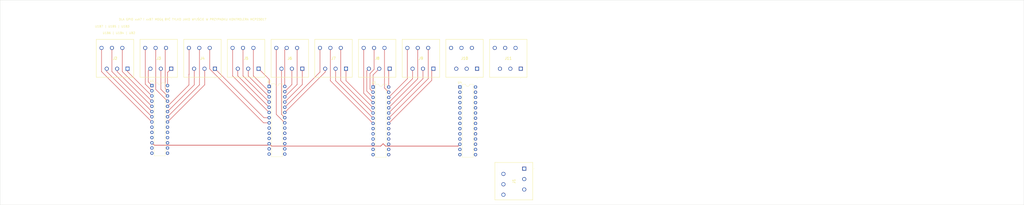
<source format=kicad_pcb>
(kicad_pcb (version 20241229) (generator "pcbnew") (generator_version "9.0")
  (layers (0 "F.Cu" signal) (4 "In1.Cu" power) (6 "In2.Cu" power) (2 "B.Cu" signal) (13 "F.Paste" user) (15 "B.Paste" user) (5 "F.SilkS" user "F.Silkscreen") (7 "B.SilkS" user "B.Silkscreen") (1 "F.Mask" user) (3 "B.Mask" user) (25 "Edge.Cuts" user))
  (net 0 "")
  (net 9 "GND")
  (net 10 "+5VD")
  (net 13 "/U1-GPB5")
  (net 14 "/U1-GPA3")
  (net 15 "/U1-GPA2")
  (net 16 "/U1-GPA7")
  (net 17 "/U1-GPB2")
  (net 18 "/U1-GPA4")
  (net 19 "/U1-GPA1")
  (net 20 "/U1-GPB0")
  (net 21 "/U1-GPB3")
  (net 22 "/U1-GPA0")
  (net 23 "/U1-GPA5")
  (net 24 "/U1-GPA6")
  (net 25 "/U1-GPB4")
  (net 26 "/U1-GPB6")
  (net 27 "/U1-GPB7")
  (net 28 "/U1-GPB1")
  (net 37 "/U2/U2-GPB4")
  (net 38 "/U2/U2-GPB2")
  (net 39 "/U2/U2-GPB5")
  (net 40 "/U2/U2-GPB3")
  (net 41 "/U2/U2-GPA6")
  (net 42 "/U2/U2-GPA4")
  (net 43 "/U2/U2-GPA7")
  (net 44 "/U2/U2-GPB0")
  (net 45 "/U2/U2-GPA5")
  (net 46 "/U2/U2-GPB1")
  (net 47 "/U2/U2-GPA3")
  (net 48 "/U2/U2-GPA0")
  (net 49 "/U2/U2-GPA1")
  (net 50 "/U2/U2-GPA2")
  (net 51 "SCK")
  (net 52 "SDA")
  (net 53 "U2-GPB7")
  (net 54 "U2-GPB6")
  (net 63 "U3-GPB4")
  (net 64 "U3-GPB7")
  (net 65 "U3-GPB6")
  (net 66 "U3-GPB5")
  (net 75 "/U3 - U4/U3-GPB0")
  (net 76 "/U3 - U4/U3-GPA6")
  (net 77 "/U3 - U4/U3-GPB1")
  (net 78 "/U3 - U4/U3-GPB2")
  (net 79 "/U3 - U4/U3-GPB3")
  (net 80 "/U3 - U4/U3-GPA7")
  (net 81 "/U3 - U4/U3-GPA1")
  (net 82 "/U3 - U4/U3-GPA0")
  (net 83 "/U3 - U4/U3-GPA4")
  (net 84 "/U3 - U4/U3-GPA3")
  (net 85 "/U3 - U4/U3-GPA2")
  (net 86 "/U3 - U4/U3-GPA5")
  (net 87 "/U3 - U4/U4-GPB3")
  (net 88 "/U3 - U4/U4-GPB7")
  (net 89 "/U3 - U4/U4-GPB2")
  (net 90 "/U3 - U4/U4-GPB5")
  (net 91 "/U3 - U4/U4-GPB6")
  (net 92 "/U3 - U4/U4-GPB4")
  (net 93 "/U3 - U4/U4-GPB1")
  (net 94 "/U3 - U4/U4-GPA7")
  (net 95 "/U3 - U4/U4-GPA6")
  (net 96 "/U3 - U4/U4-GPA5")
  (net 97 "/U3 - U4/U4-GPA4")
  (net 98 "/U3 - U4/U4-GPB0")
  (net 99 "/U3 - U4/U4-GPA2")
  (net 100 "/U3 - U4/U4-GPA1")
  (net 101 "/U3 - U4/U4-GPA3")
  (net 102 "/U3 - U4/U4-GPA0")
  (net 115 "/U3 - U4/U3-GPB6")
  (net 116 "/U3 - U4/U3-GPB5")
  (net 117 "/U3 - U4/U3-GPB4")
  (net 118 "/U3 - U4/U3-GPB7")
  (footprint "1_tme:DG127A50806P1400AH" (layer "F.Cu") (at 157.155965 28.21 180)
    (property "Reference" "J8" (at 6.1 5.06 180) (layer "F.SilkS") (effects (font (size 1.27 1.27) (thickness 0.254))))
    (property "Value" "DG127A-5.08-06P-14-00AH" (hide yes))
    (fp_line (start 15.24 14.31) (end -3.04 14.31) (stroke (width 0.2)) (layer "F.SilkS"))
    (fp_line (start 15.24 -4.19) (end 15.24 14.31) (stroke (width 0.2)) (layer "F.SilkS"))
    (fp_line (start 0 -4.7) (end 0 -4.7) (stroke (width 0.1)) (layer "F.SilkS"))
    (fp_line (start 0 -4.8) (end 0 -4.8) (stroke (width 0.1)) (layer "F.SilkS"))
    (fp_line (start -3.04 14.31) (end -3.04 -4.19) (stroke (width 0.2)) (layer "F.SilkS"))
    (fp_line (start -3.04 -4.19) (end 15.24 -4.19) (stroke (width 0.2)) (layer "F.SilkS"))
    (fp_arc (start 0 -4.7) (mid -0.05 -4.75) (end 0 -4.8) (stroke (width 0.1)) (layer "F.SilkS"))
    (fp_arc (start 0 -4.8) (mid 0.05 -4.75) (end 0 -4.7) (stroke (width 0.1)) (layer "F.SilkS"))
    (pad "1" thru_hole rect (at 0 0 180) (size 1.95 1.95) (drill 1.3) (layers "*.Cu" "*.Mask") (net 80 "/U3 - U4/U3-GPA7"))
    (pad "2" thru_hole circle (at 2.54 10.16 180) (size 1.95 1.95) (drill 1.3) (layers "*.Cu" "*.Mask") (net 76 "/U3 - U4/U3-GPA6"))
    (pad "3" thru_hole circle (at 5.08 0 180) (size 1.95 1.95) (drill 1.3) (layers "*.Cu" "*.Mask") (net 75 "/U3 - U4/U3-GPB0"))
    (pad "4" thru_hole circle (at 7.62 10.16 180) (size 1.95 1.95) (drill 1.3) (layers "*.Cu" "*.Mask") (net 77 "/U3 - U4/U3-GPB1"))
    (pad "5" thru_hole circle (at 10.16 0 180) (size 1.95 1.95) (drill 1.3) (layers "*.Cu" "*.Mask") (net 78 "/U3 - U4/U3-GPB2"))
    (pad "6" thru_hole circle (at 12.7 10.16 180) (size 1.95 1.95) (drill 1.3) (layers "*.Cu" "*.Mask") (net 79 "/U3 - U4/U3-GPB3"))
  )
  (footprint "1_tme:DG127A50806P1400AH" (layer "F.Cu") (at 222.86 77.03 -90)
    (property "Reference" "J1" (at 6.1 5.06 270) (layer "F.SilkS") (effects (font (size 1.27 1.27) (thickness 0.254))))
    (property "Value" "DG127A-5.08-06P-14-00AH" (hide yes))
    (fp_line (start -3.04 14.31) (end -3.04 -4.19) (stroke (width 0.2)) (layer "F.SilkS"))
    (fp_line (start 15.24 14.31) (end -3.04 14.31) (stroke (width 0.2)) (layer "F.SilkS"))
    (fp_line (start -3.04 -4.19) (end 15.24 -4.19) (stroke (width 0.2)) (layer "F.SilkS"))
    (fp_line (start 15.24 -4.19) (end 15.24 14.31) (stroke (width 0.2)) (layer "F.SilkS"))
    (fp_line (start 0 -4.7) (end 0 -4.7) (stroke (width 0.1)) (layer "F.SilkS"))
    (fp_line (start 0 -4.8) (end 0 -4.8) (stroke (width 0.1)) (layer "F.SilkS"))
    (fp_arc (start 0 -4.7) (mid -0.05 -4.75) (end 0 -4.8) (stroke (width 0.1)) (layer "F.SilkS"))
    (fp_arc (start 0 -4.8) (mid 0.05 -4.75) (end 0 -4.7) (stroke (width 0.1)) (layer "F.SilkS"))
    (pad "1" thru_hole rect (at 0 0 270) (size 1.95 1.95) (drill 1.3) (layers "*.Cu" "*.Mask") (net 10 "+5VD"))
    (pad "2" thru_hole circle (at 2.54 10.16 270) (size 1.95 1.95) (drill 1.3) (layers "*.Cu" "*.Mask") (net 9 "GND"))
    (pad "3" thru_hole circle (at 5.08 0 270) (size 1.95 1.95) (drill 1.3) (layers "*.Cu" "*.Mask"))
    (pad "4" thru_hole circle (at 7.62 10.16 270) (size 1.95 1.95) (drill 1.3) (layers "*.Cu" "*.Mask"))
    (pad "5" thru_hole circle (at 10.16 0 270) (size 1.95 1.95) (drill 1.3) (layers "*.Cu" "*.Mask") (net 52 "SDA"))
    (pad "6" thru_hole circle (at 12.7 10.16 270) (size 1.95 1.95) (drill 1.3) (layers "*.Cu" "*.Mask") (net 51 "SCK"))
  )
  (footprint "Package_DIP:DIP-28_W7.62mm" (layer "F.Cu") (at 149.045 37.14)
    (property "Reference" "U3" (at 0.17 -2.19 0) (layer "F.SilkS"))
    (property "Value" "MCP23017_SP")
    (fp_line (start 1.16 -1.33) (end 1.16 34.35) (stroke (width 0.12)) (layer "F.SilkS"))
    (fp_line (start 1.16 34.35) (end 6.46 34.35) (stroke (width 0.12)) (layer "F.SilkS"))
    (fp_line (start 2.81 -1.33) (end 1.16 -1.33) (stroke (width 0.12)) (layer "F.SilkS"))
    (fp_line (start 6.46 -1.33) (end 4.81 -1.33) (stroke (width 0.12)) (layer "F.SilkS"))
    (fp_line (start 6.46 34.35) (end 6.46 -1.33) (stroke (width 0.12)) (layer "F.SilkS"))
    (fp_arc (start 4.81 -1.33) (mid 3.81 -0.33) (end 2.81 -1.33) (stroke (width 0.12)) (layer "F.SilkS"))
    (pad "1" thru_hole roundrect (at 0 0) (size 1.6 1.6) (drill 0.8) (layers "*.Cu" "*.Mask") (roundrect_rratio 0.15625) (net 75 "/U3 - U4/U3-GPB0"))
    (pad "2" thru_hole circle (at 0 2.54) (size 1.6 1.6) (drill 0.8) (layers "*.Cu" "*.Mask") (net 77 "/U3 - U4/U3-GPB1"))
    (pad "3" thru_hole circle (at 0 5.08) (size 1.6 1.6) (drill 0.8) (layers "*.Cu" "*.Mask") (net 78 "/U3 - U4/U3-GPB2"))
    (pad "4" thru_hole circle (at 0 7.62) (size 1.6 1.6) (drill 0.8) (layers "*.Cu" "*.Mask") (net 79 "/U3 - U4/U3-GPB3"))
    (pad "5" thru_hole circle (at 0 10.16) (size 1.6 1.6) (drill 0.8) (layers "*.Cu" "*.Mask") (net 117 "/U3 - U4/U3-GPB4"))
    (pad "6" thru_hole circle (at 0 12.7) (size 1.6 1.6) (drill 0.8) (layers "*.Cu" "*.Mask") (net 116 "/U3 - U4/U3-GPB5"))
    (pad "7" thru_hole circle (at 0 15.24) (size 1.6 1.6) (drill 0.8) (layers "*.Cu" "*.Mask") (net 115 "/U3 - U4/U3-GPB6"))
    (pad "8" thru_hole circle (at 0 17.78) (size 1.6 1.6) (drill 0.8) (layers "*.Cu" "*.Mask") (net 118 "/U3 - U4/U3-GPB7"))
    (pad "9" thru_hole circle (at 0 20.32) (size 1.6 1.6) (drill 0.8) (layers "*.Cu" "*.Mask") (net 10 "+5VD"))
    (pad "10" thru_hole circle (at 0 22.86) (size 1.6 1.6) (drill 0.8) (layers "*.Cu" "*.Mask") (net 9 "GND"))
    (pad "11" thru_hole circle (at 0 25.4) (size 1.6 1.6) (drill 0.8) (layers "*.Cu" "*.Mask"))
    (pad "12" thru_hole circle (at 0 27.94) (size 1.6 1.6) (drill 0.8) (layers "*.Cu" "*.Mask") (net 51 "SCK"))
    (pad "13" thru_hole circle (at 0 30.48) (size 1.6 1.6) (drill 0.8) (layers "*.Cu" "*.Mask") (net 52 "SDA"))
    (pad "14" thru_hole circle (at 0 33.02) (size 1.6 1.6) (drill 0.8) (layers "*.Cu" "*.Mask"))
    (pad "15" thru_hole circle (at 7.62 33.02) (size 1.6 1.6) (drill 0.8) (layers "*.Cu" "*.Mask"))
    (pad "16" thru_hole circle (at 7.62 30.48) (size 1.6 1.6) (drill 0.8) (layers "*.Cu" "*.Mask"))
    (pad "17" thru_hole circle (at 7.62 27.94) (size 1.6 1.6) (drill 0.8) (layers "*.Cu" "*.Mask"))
    (pad "18" thru_hole circle (at 7.62 25.4) (size 1.6 1.6) (drill 0.8) (layers "*.Cu" "*.Mask"))
    (pad "19" thru_hole circle (at 7.62 22.86) (size 1.6 1.6) (drill 0.8) (layers "*.Cu" "*.Mask"))
    (pad "20" thru_hole circle (at 7.62 20.32) (size 1.6 1.6) (drill 0.8) (layers "*.Cu" "*.Mask"))
    (pad "21" thru_hole circle (at 7.62 17.78) (size 1.6 1.6) (drill 0.8) (layers "*.Cu" "*.Mask") (net 82 "/U3 - U4/U3-GPA0"))
    (pad "22" thru_hole circle (at 7.62 15.24) (size 1.6 1.6) (drill 0.8) (layers "*.Cu" "*.Mask") (net 81 "/U3 - U4/U3-GPA1"))
    (pad "23" thru_hole circle (at 7.62 12.7) (size 1.6 1.6) (drill 0.8) (layers "*.Cu" "*.Mask") (net 85 "/U3 - U4/U3-GPA2"))
    (pad "24" thru_hole circle (at 7.62 10.16) (size 1.6 1.6) (drill 0.8) (layers "*.Cu" "*.Mask") (net 84 "/U3 - U4/U3-GPA3"))
    (pad "25" thru_hole circle (at 7.62 7.62) (size 1.6 1.6) (drill 0.8) (layers "*.Cu" "*.Mask") (net 83 "/U3 - U4/U3-GPA4"))
    (pad "26" thru_hole circle (at 7.62 5.08) (size 1.6 1.6) (drill 0.8) (layers "*.Cu" "*.Mask") (net 86 "/U3 - U4/U3-GPA5"))
    (pad "27" thru_hole circle (at 7.62 2.54) (size 1.6 1.6) (drill 0.8) (layers "*.Cu" "*.Mask") (net 76 "/U3 - U4/U3-GPA6"))
    (pad "28" thru_hole circle (at 7.62 0) (size 1.6 1.6) (drill 0.8) (layers "*.Cu" "*.Mask") (net 80 "/U3 - U4/U3-GPA7"))
  )
  (footprint "1_tme:DG127A50806P1400AH" (layer "F.Cu") (at 50.467661 28.21 180)
    (property "Reference" "J3" (at 6.1 5.06 180) (layer "F.SilkS") (effects (font (size 1.27 1.27) (thickness 0.254))))
    (property "Value" "DG127A-5.08-06P-14-00AH" (hide yes))
    (fp_line (start 15.24 14.31) (end -3.04 14.31) (stroke (width 0.2)) (layer "F.SilkS"))
    (fp_line (start 15.24 -4.19) (end 15.24 14.31) (stroke (width 0.2)) (layer "F.SilkS"))
    (fp_line (start 0 -4.7) (end 0 -4.7) (stroke (width 0.1)) (layer "F.SilkS"))
    (fp_line (start 0 -4.8) (end 0 -4.8) (stroke (width 0.1)) (layer "F.SilkS"))
    (fp_line (start -3.04 14.31) (end -3.04 -4.19) (stroke (width 0.2)) (layer "F.SilkS"))
    (fp_line (start -3.04 -4.19) (end 15.24 -4.19) (stroke (width 0.2)) (layer "F.SilkS"))
    (fp_arc (start 0 -4.7) (mid -0.05 -4.75) (end 0 -4.8) (stroke (width 0.1)) (layer "F.SilkS"))
    (fp_arc (start 0 -4.8) (mid 0.05 -4.75) (end 0 -4.7) (stroke (width 0.1)) (layer "F.SilkS"))
    (pad "1" thru_hole rect (at 0 0 180) (size 1.95 1.95) (drill 1.3) (layers "*.Cu" "*.Mask") (net 16 "/U1-GPA7"))
    (pad "2" thru_hole circle (at 2.54 10.16 180) (size 1.95 1.95) (drill 1.3) (layers "*.Cu" "*.Mask") (net 24 "/U1-GPA6"))
    (pad "3" thru_hole circle (at 5.08 0 180) (size 1.95 1.95) (drill 1.3) (layers "*.Cu" "*.Mask") (net 23 "/U1-GPA5"))
    (pad "4" thru_hole circle (at 7.62 10.16 180) (size 1.95 1.95) (drill 1.3) (layers "*.Cu" "*.Mask") (net 18 "/U1-GPA4"))
    (pad "5" thru_hole circle (at 10.16 0 180) (size 1.95 1.95) (drill 1.3) (layers "*.Cu" "*.Mask") (net 20 "/U1-GPB0"))
    (pad "6" thru_hole circle (at 12.7 10.16 180) (size 1.95 1.95) (drill 1.3) (layers "*.Cu" "*.Mask") (net 28 "/U1-GPB1"))
  )
  (footprint "Package_DIP:DIP-28_W7.62mm" (layer "F.Cu") (at 41.04 36.44)
    (property "Reference" "U1" (at 0 -2.25 0) (layer "F.SilkS"))
    (property "Value" "MCP23017_SP")
    (fp_line (start 1.16 -1.33) (end 1.16 34.35) (stroke (width 0.12)) (layer "F.SilkS"))
    (fp_line (start 1.16 34.35) (end 6.46 34.35) (stroke (width 0.12)) (layer "F.SilkS"))
    (fp_line (start 2.81 -1.33) (end 1.16 -1.33) (stroke (width 0.12)) (layer "F.SilkS"))
    (fp_line (start 6.46 -1.33) (end 4.81 -1.33) (stroke (width 0.12)) (layer "F.SilkS"))
    (fp_line (start 6.46 34.35) (end 6.46 -1.33) (stroke (width 0.12)) (layer "F.SilkS"))
    (fp_arc (start 4.81 -1.33) (mid 3.81 -0.33) (end 2.81 -1.33) (stroke (width 0.12)) (layer "F.SilkS"))
    (pad "1" thru_hole roundrect (at 0 0) (size 1.6 1.6) (drill 0.8) (layers "*.Cu" "*.Mask") (roundrect_rratio 0.15625) (net 20 "/U1-GPB0"))
    (pad "2" thru_hole circle (at 0 2.54) (size 1.6 1.6) (drill 0.8) (layers "*.Cu" "*.Mask") (net 28 "/U1-GPB1"))
    (pad "3" thru_hole circle (at 0 5.08) (size 1.6 1.6) (drill 0.8) (layers "*.Cu" "*.Mask") (net 17 "/U1-GPB2"))
    (pad "4" thru_hole circle (at 0 7.62) (size 1.6 1.6) (drill 0.8) (layers "*.Cu" "*.Mask") (net 21 "/U1-GPB3"))
    (pad "5" thru_hole circle (at 0 10.16) (size 1.6 1.6) (drill 0.8) (layers "*.Cu" "*.Mask") (net 25 "/U1-GPB4"))
    (pad "6" thru_hole circle (at 0 12.7) (size 1.6 1.6) (drill 0.8) (layers "*.Cu" "*.Mask") (net 13 "/U1-GPB5"))
    (pad "7" thru_hole circle (at 0 15.24) (size 1.6 1.6) (drill 0.8) (layers "*.Cu" "*.Mask") (net 26 "/U1-GPB6"))
    (pad "8" thru_hole circle (at 0 17.78) (size 1.6 1.6) (drill 0.8) (layers "*.Cu" "*.Mask") (net 27 "/U1-GPB7"))
    (pad "9" thru_hole circle (at 0 20.32) (size 1.6 1.6) (drill 0.8) (layers "*.Cu" "*.Mask") (net 10 "+5VD"))
    (pad "10" thru_hole circle (at 0 22.86) (size 1.6 1.6) (drill 0.8) (layers "*.Cu" "*.Mask") (net 9 "GND"))
    (pad "11" thru_hole circle (at 0 25.4) (size 1.6 1.6) (drill 0.8) (layers "*.Cu" "*.Mask"))
    (pad "12" thru_hole circle (at 0 27.94) (size 1.6 1.6) (drill 0.8) (layers "*.Cu" "*.Mask") (net 51 "SCK"))
    (pad "13" thru_hole circle (at 0 30.48) (size 1.6 1.6) (drill 0.8) (layers "*.Cu" "*.Mask") (net 52 "SDA"))
    (pad "14" thru_hole circle (at 0 33.02) (size 1.6 1.6) (drill 0.8) (layers "*.Cu" "*.Mask"))
    (pad "15" thru_hole circle (at 7.62 33.02) (size 1.6 1.6) (drill 0.8) (layers "*.Cu" "*.Mask"))
    (pad "16" thru_hole circle (at 7.62 30.48) (size 1.6 1.6) (drill 0.8) (layers "*.Cu" "*.Mask"))
    (pad "17" thru_hole circle (at 7.62 27.94) (size 1.6 1.6) (drill 0.8) (layers "*.Cu" "*.Mask"))
    (pad "18" thru_hole circle (at 7.62 25.4) (size 1.6 1.6) (drill 0.8) (layers "*.Cu" "*.Mask"))
    (pad "19" thru_hole circle (at 7.62 22.86) (size 1.6 1.6) (drill 0.8) (layers "*.Cu" "*.Mask"))
    (pad "20" thru_hole circle (at 7.62 20.32) (size 1.6 1.6) (drill 0.8) (layers "*.Cu" "*.Mask"))
    (pad "21" thru_hole circle (at 7.62 17.78) (size 1.6 1.6) (drill 0.8) (layers "*.Cu" "*.Mask") (net 22 "/U1-GPA0"))
    (pad "22" thru_hole circle (at 7.62 15.24) (size 1.6 1.6) (drill 0.8) (layers "*.Cu" "*.Mask") (net 19 "/U1-GPA1"))
    (pad "23" thru_hole circle (at 7.62 12.7) (size 1.6 1.6) (drill 0.8) (layers "*.Cu" "*.Mask") (net 15 "/U1-GPA2"))
    (pad "24" thru_hole circle (at 7.62 10.16) (size 1.6 1.6) (drill 0.8) (layers "*.Cu" "*.Mask") (net 14 "/U1-GPA3"))
    (pad "25" thru_hole circle (at 7.62 7.62) (size 1.6 1.6) (drill 0.8) (layers "*.Cu" "*.Mask") (net 18 "/U1-GPA4"))
    (pad "26" thru_hole circle (at 7.62 5.08) (size 1.6 1.6) (drill 0.8) (layers "*.Cu" "*.Mask") (net 23 "/U1-GPA5"))
    (pad "27" thru_hole circle (at 7.62 2.54) (size 1.6 1.6) (drill 0.8) (layers "*.Cu" "*.Mask") (net 24 "/U1-GPA6"))
    (pad "28" thru_hole circle (at 7.62 0) (size 1.6 1.6) (drill 0.8) (layers "*.Cu" "*.Mask") (net 16 "/U1-GPA7"))
  )
  (footprint "Package_DIP:DIP-28_W7.62mm" (layer "F.Cu") (at 191.45 37.14)
    (property "Reference" "U4" (at -0.03 -2.23 0) (layer "F.SilkS"))
    (property "Value" "MCP23017_SP")
    (fp_line (start 1.16 -1.33) (end 1.16 34.35) (stroke (width 0.12)) (layer "F.SilkS"))
    (fp_line (start 1.16 34.35) (end 6.46 34.35) (stroke (width 0.12)) (layer "F.SilkS"))
    (fp_line (start 2.81 -1.33) (end 1.16 -1.33) (stroke (width 0.12)) (layer "F.SilkS"))
    (fp_line (start 6.46 -1.33) (end 4.81 -1.33) (stroke (width 0.12)) (layer "F.SilkS"))
    (fp_line (start 6.46 34.35) (end 6.46 -1.33) (stroke (width 0.12)) (layer "F.SilkS"))
    (fp_arc (start 4.81 -1.33) (mid 3.81 -0.33) (end 2.81 -1.33) (stroke (width 0.12)) (layer "F.SilkS"))
    (pad "1" thru_hole roundrect (at 0 0) (size 1.6 1.6) (drill 0.8) (layers "*.Cu" "*.Mask") (roundrect_rratio 0.15625) (net 98 "/U3 - U4/U4-GPB0"))
    (pad "2" thru_hole circle (at 0 2.54) (size 1.6 1.6) (drill 0.8) (layers "*.Cu" "*.Mask") (net 93 "/U3 - U4/U4-GPB1"))
    (pad "3" thru_hole circle (at 0 5.08) (size 1.6 1.6) (drill 0.8) (layers "*.Cu" "*.Mask") (net 89 "/U3 - U4/U4-GPB2"))
    (pad "4" thru_hole circle (at 0 7.62) (size 1.6 1.6) (drill 0.8) (layers "*.Cu" "*.Mask") (net 87 "/U3 - U4/U4-GPB3"))
    (pad "5" thru_hole circle (at 0 10.16) (size 1.6 1.6) (drill 0.8) (layers "*.Cu" "*.Mask") (net 92 "/U3 - U4/U4-GPB4"))
    (pad "6" thru_hole circle (at 0 12.7) (size 1.6 1.6) (drill 0.8) (layers "*.Cu" "*.Mask") (net 90 "/U3 - U4/U4-GPB5"))
    (pad "7" thru_hole circle (at 0 15.24) (size 1.6 1.6) (drill 0.8) (layers "*.Cu" "*.Mask") (net 91 "/U3 - U4/U4-GPB6"))
    (pad "8" thru_hole circle (at 0 17.78) (size 1.6 1.6) (drill 0.8) (layers "*.Cu" "*.Mask") (net 88 "/U3 - U4/U4-GPB7"))
    (pad "9" thru_hole circle (at 0 20.32) (size 1.6 1.6) (drill 0.8) (layers "*.Cu" "*.Mask") (net 10 "+5VD"))
    (pad "10" thru_hole circle (at 0 22.86) (size 1.6 1.6) (drill 0.8) (layers "*.Cu" "*.Mask") (net 9 "GND"))
    (pad "11" thru_hole circle (at 0 25.4) (size 1.6 1.6) (drill 0.8) (layers "*.Cu" "*.Mask"))
    (pad "12" thru_hole circle (at 0 27.94) (size 1.6 1.6) (drill 0.8) (layers "*.Cu" "*.Mask") (net 51 "SCK"))
    (pad "13" thru_hole circle (at 0 30.48) (size 1.6 1.6) (drill 0.8) (layers "*.Cu" "*.Mask") (net 52 "SDA"))
    (pad "14" thru_hole circle (at 0 33.02) (size 1.6 1.6) (drill 0.8) (layers "*.Cu" "*.Mask"))
    (pad "15" thru_hole circle (at 7.62 33.02) (size 1.6 1.6) (drill 0.8) (layers "*.Cu" "*.Mask"))
    (pad "16" thru_hole circle (at 7.62 30.48) (size 1.6 1.6) (drill 0.8) (layers "*.Cu" "*.Mask"))
    (pad "17" thru_hole circle (at 7.62 27.94) (size 1.6 1.6) (drill 0.8) (layers "*.Cu" "*.Mask"))
    (pad "18" thru_hole circle (at 7.62 25.4) (size 1.6 1.6) (drill 0.8) (layers "*.Cu" "*.Mask"))
    (pad "19" thru_hole circle (at 7.62 22.86) (size 1.6 1.6) (drill 0.8) (layers "*.Cu" "*.Mask"))
    (pad "20" thru_hole circle (at 7.62 20.32) (size 1.6 1.6) (drill 0.8) (layers "*.Cu" "*.Mask"))
    (pad "21" thru_hole circle (at 7.62 17.78) (size 1.6 1.6) (drill 0.8) (layers "*.Cu" "*.Mask") (net 102 "/U3 - U4/U4-GPA0"))
    (pad "22" thru_hole circle (at 7.62 15.24) (size 1.6 1.6) (drill 0.8) (layers "*.Cu" "*.Mask") (net 100 "/U3 - U4/U4-GPA1"))
    (pad "23" thru_hole circle (at 7.62 12.7) (size 1.6 1.6) (drill 0.8) (layers "*.Cu" "*.Mask") (net 99 "/U3 - U4/U4-GPA2"))
    (pad "24" thru_hole circle (at 7.62 10.16) (size 1.6 1.6) (drill 0.8) (layers "*.Cu" "*.Mask") (net 101 "/U3 - U4/U4-GPA3"))
    (pad "25" thru_hole circle (at 7.62 7.62) (size 1.6 1.6) (drill 0.8) (layers "*.Cu" "*.Mask") (net 97 "/U3 - U4/U4-GPA4"))
    (pad "26" thru_hole circle (at 7.62 5.08) (size 1.6 1.6) (drill 0.8) (layers "*.Cu" "*.Mask") (net 96 "/U3 - U4/U4-GPA5"))
    (pad "27" thru_hole circle (at 7.62 2.54) (size 1.6 1.6) (drill 0.8) (layers "*.Cu" "*.Mask") (net 95 "/U3 - U4/U4-GPA6"))
    (pad "28" thru_hole circle (at 7.62 0) (size 1.6 1.6) (drill 0.8) (layers "*.Cu" "*.Mask") (net 94 "/U3 - U4/U4-GPA7"))
  )
  (footprint "1_tme:DG127A50806P1400AH" (layer "F.Cu") (at 71.805322 28.21 180)
    (property "Reference" "J4" (at 6.1 5.06 180) (layer "F.SilkS") (effects (font (size 1.27 1.27) (thickness 0.254))))
    (property "Value" "DG127A-5.08-06P-14-00AH" (hide yes))
    (fp_line (start 15.24 14.31) (end -3.04 14.31) (stroke (width 0.2)) (layer "F.SilkS"))
    (fp_line (start 15.24 -4.19) (end 15.24 14.31) (stroke (width 0.2)) (layer "F.SilkS"))
    (fp_line (start 0 -4.7) (end 0 -4.7) (stroke (width 0.1)) (layer "F.SilkS"))
    (fp_line (start 0 -4.8) (end 0 -4.8) (stroke (width 0.1)) (layer "F.SilkS"))
    (fp_line (start -3.04 14.31) (end -3.04 -4.19) (stroke (width 0.2)) (layer "F.SilkS"))
    (fp_line (start -3.04 -4.19) (end 15.24 -4.19) (stroke (width 0.2)) (layer "F.SilkS"))
    (fp_arc (start 0 -4.7) (mid -0.05 -4.75) (end 0 -4.8) (stroke (width 0.1)) (layer "F.SilkS"))
    (fp_arc (start 0 -4.8) (mid 0.05 -4.75) (end 0 -4.7) (stroke (width 0.1)) (layer "F.SilkS"))
    (pad "1" thru_hole rect (at 0 0 180) (size 1.95 1.95) (drill 1.3) (layers "*.Cu" "*.Mask") (net 54 "U2-GPB6"))
    (pad "2" thru_hole circle (at 2.54 10.16 180) (size 1.95 1.95) (drill 1.3) (layers "*.Cu" "*.Mask") (net 53 "U2-GPB7"))
    (pad "3" thru_hole circle (at 5.08 0 180) (size 1.95 1.95) (drill 1.3) (layers "*.Cu" "*.Mask") (net 22 "/U1-GPA0"))
    (pad "4" thru_hole circle (at 7.62 10.16 180) (size 1.95 1.95) (drill 1.3) (layers "*.Cu" "*.Mask") (net 19 "/U1-GPA1"))
    (pad "5" thru_hole circle (at 10.16 0 180) (size 1.95 1.95) (drill 1.3) (layers "*.Cu" "*.Mask") (net 15 "/U1-GPA2"))
    (pad "6" thru_hole circle (at 12.7 10.16 180) (size 1.95 1.95) (drill 1.3) (layers "*.Cu" "*.Mask") (net 14 "/U1-GPA3"))
  )
  (footprint "Package_DIP:DIP-28_W7.62mm" (layer "F.Cu") (at 98.3 36.87)
    (property "Reference" "U2" (at 0.01 -2.36 0) (layer "F.SilkS"))
    (property "Value" "MCP23017_SP")
    (fp_line (start 1.16 -1.33) (end 1.16 34.35) (stroke (width 0.12)) (layer "F.SilkS"))
    (fp_line (start 1.16 34.35) (end 6.46 34.35) (stroke (width 0.12)) (layer "F.SilkS"))
    (fp_line (start 2.81 -1.33) (end 1.16 -1.33) (stroke (width 0.12)) (layer "F.SilkS"))
    (fp_line (start 6.46 -1.33) (end 4.81 -1.33) (stroke (width 0.12)) (layer "F.SilkS"))
    (fp_line (start 6.46 34.35) (end 6.46 -1.33) (stroke (width 0.12)) (layer "F.SilkS"))
    (fp_arc (start 4.81 -1.33) (mid 3.81 -0.33) (end 2.81 -1.33) (stroke (width 0.12)) (layer "F.SilkS"))
    (pad "1" thru_hole roundrect (at 0 0) (size 1.6 1.6) (drill 0.8) (layers "*.Cu" "*.Mask") (roundrect_rratio 0.15625) (net 44 "/U2/U2-GPB0"))
    (pad "2" thru_hole circle (at 0 2.54) (size 1.6 1.6) (drill 0.8) (layers "*.Cu" "*.Mask") (net 46 "/U2/U2-GPB1"))
    (pad "3" thru_hole circle (at 0 5.08) (size 1.6 1.6) (drill 0.8) (layers "*.Cu" "*.Mask") (net 38 "/U2/U2-GPB2"))
    (pad "4" thru_hole circle (at 0 7.62) (size 1.6 1.6) (drill 0.8) (layers "*.Cu" "*.Mask") (net 40 "/U2/U2-GPB3"))
    (pad "5" thru_hole circle (at 0 10.16) (size 1.6 1.6) (drill 0.8) (layers "*.Cu" "*.Mask") (net 37 "/U2/U2-GPB4"))
    (pad "6" thru_hole circle (at 0 12.7) (size 1.6 1.6) (drill 0.8) (layers "*.Cu" "*.Mask") (net 39 "/U2/U2-GPB5"))
    (pad "7" thru_hole circle (at 0 15.24) (size 1.6 1.6) (drill 0.8) (layers "*.Cu" "*.Mask") (net 54 "U2-GPB6"))
    (pad "8" thru_hole circle (at 0 17.78) (size 1.6 1.6) (drill 0.8) (layers "*.Cu" "*.Mask") (net 53 "U2-GPB7"))
    (pad "9" thru_hole circle (at 0 20.32) (size 1.6 1.6) (drill 0.8) (layers "*.Cu" "*.Mask") (net 10 "+5VD"))
    (pad "10" thru_hole circle (at 0 22.86) (size 1.6 1.6) (drill 0.8) (layers "*.Cu" "*.Mask") (net 9 "GND"))
    (pad "11" thru_hole circle (at 0 25.4) (size 1.6 1.6) (drill 0.8) (layers "*.Cu" "*.Mask"))
    (pad "12" thru_hole circle (at 0 27.94) (size 1.6 1.6) (drill 0.8) (layers "*.Cu" "*.Mask") (net 51 "SCK"))
    (pad "13" thru_hole circle (at 0 30.48) (size 1.6 1.6) (drill 0.8) (layers "*.Cu" "*.Mask") (net 52 "SDA"))
    (pad "14" thru_hole circle (at 0 33.02) (size 1.6 1.6) (drill 0.8) (layers "*.Cu" "*.Mask"))
    (pad "15" thru_hole circle (at 7.62 33.02) (size 1.6 1.6) (drill 0.8) (layers "*.Cu" "*.Mask"))
    (pad "16" thru_hole circle (at 7.62 30.48) (size 1.6 1.6) (drill 0.8) (layers "*.Cu" "*.Mask"))
    (pad "17" thru_hole circle (at 7.62 27.94) (size 1.6 1.6) (drill 0.8) (layers "*.Cu" "*.Mask"))
    (pad "18" thru_hole circle (at 7.62 25.4) (size 1.6 1.6) (drill 0.8) (layers "*.Cu" "*.Mask"))
    (pad "19" thru_hole circle (at 7.62 22.86) (size 1.6 1.6) (drill 0.8) (layers "*.Cu" "*.Mask"))
    (pad "20" thru_hole circle (at 7.62 20.32) (size 1.6 1.6) (drill 0.8) (layers "*.Cu" "*.Mask"))
    (pad "21" thru_hole circle (at 7.62 17.78) (size 1.6 1.6) (drill 0.8) (layers "*.Cu" "*.Mask") (net 48 "/U2/U2-GPA0"))
    (pad "22" thru_hole circle (at 7.62 15.24) (size 1.6 1.6) (drill 0.8) (layers "*.Cu" "*.Mask") (net 49 "/U2/U2-GPA1"))
    (pad "23" thru_hole circle (at 7.62 12.7) (size 1.6 1.6) (drill 0.8) (layers "*.Cu" "*.Mask") (net 50 "/U2/U2-GPA2"))
    (pad "24" thru_hole circle (at 7.62 10.16) (size 1.6 1.6) (drill 0.8) (layers "*.Cu" "*.Mask") (net 47 "/U2/U2-GPA3"))
    (pad "25" thru_hole circle (at 7.62 7.62) (size 1.6 1.6) (drill 0.8) (layers "*.Cu" "*.Mask") (net 42 "/U2/U2-GPA4"))
    (pad "26" thru_hole circle (at 7.62 5.08) (size 1.6 1.6) (drill 0.8) (layers "*.Cu" "*.Mask") (net 45 "/U2/U2-GPA5"))
    (pad "27" thru_hole circle (at 7.62 2.54) (size 1.6 1.6) (drill 0.8) (layers "*.Cu" "*.Mask") (net 41 "/U2/U2-GPA6"))
    (pad "28" thru_hole circle (at 7.62 0) (size 1.6 1.6) (drill 0.8) (layers "*.Cu" "*.Mask") (net 43 "/U2/U2-GPA7"))
  )
  (footprint "1_tme:DG127A50806P1400AH" (layer "F.Cu") (at 178.493625 28.21 180)
    (property "Reference" "J9" (at 6.1 5.06 180) (layer "F.SilkS") (effects (font (size 1.27 1.27) (thickness 0.254))))
    (property "Value" "DG127A-5.08-06P-14-00AH" (hide yes))
    (fp_line (start 15.24 14.31) (end -3.04 14.31) (stroke (width 0.2)) (layer "F.SilkS"))
    (fp_line (start 15.24 -4.19) (end 15.24 14.31) (stroke (width 0.2)) (layer "F.SilkS"))
    (fp_line (start 0 -4.7) (end 0 -4.7) (stroke (width 0.1)) (layer "F.SilkS"))
    (fp_line (start 0 -4.8) (end 0 -4.8) (stroke (width 0.1)) (layer "F.SilkS"))
    (fp_line (start -3.04 14.31) (end -3.04 -4.19) (stroke (width 0.2)) (layer "F.SilkS"))
    (fp_line (start -3.04 -4.19) (end 15.24 -4.19) (stroke (width 0.2)) (layer "F.SilkS"))
    (fp_arc (start 0 -4.7) (mid -0.05 -4.75) (end 0 -4.8) (stroke (width 0.1)) (layer "F.SilkS"))
    (fp_arc (start 0 -4.8) (mid 0.05 -4.75) (end 0 -4.7) (stroke (width 0.1)) (layer "F.SilkS"))
    (pad "1" thru_hole rect (at 0 0 180) (size 1.95 1.95) (drill 1.3) (layers "*.Cu" "*.Mask") (net 82 "/U3 - U4/U3-GPA0"))
    (pad "2" thru_hole circle (at 2.54 10.16 180) (size 1.95 1.95) (drill 1.3) (layers "*.Cu" "*.Mask") (net 81 "/U3 - U4/U3-GPA1"))
    (pad "3" thru_hole circle (at 5.08 0 180) (size 1.95 1.95) (drill 1.3) (layers "*.Cu" "*.Mask") (net 85 "/U3 - U4/U3-GPA2"))
    (pad "4" thru_hole circle (at 7.62 10.16 180) (size 1.95 1.95) (drill 1.3) (layers "*.Cu" "*.Mask") (net 84 "/U3 - U4/U3-GPA3"))
    (pad "5" thru_hole circle (at 10.16 0 180) (size 1.95 1.95) (drill 1.3) (layers "*.Cu" "*.Mask") (net 83 "/U3 - U4/U3-GPA4"))
    (pad "6" thru_hole circle (at 12.7 10.16 180) (size 1.95 1.95) (drill 1.3) (layers "*.Cu" "*.Mask") (net 86 "/U3 - U4/U3-GPA5"))
  )
  (footprint "1_tme:DG127A50806P1400AH" (layer "F.Cu") (at 199.831286 28.21 180)
    (property "Reference" "J10" (at 6.1 5.06 180) (layer "F.SilkS") (effects (font (size 1.27 1.27) (thickness 0.254))))
    (property "Value" "DG127A-5.08-06P-14-00AH" (hide yes))
    (fp_line (start 15.24 14.31) (end -3.04 14.31) (stroke (width 0.2)) (layer "F.SilkS"))
    (fp_line (start 15.24 -4.19) (end 15.24 14.31) (stroke (width 0.2)) (layer "F.SilkS"))
    (fp_line (start 0 -4.7) (end 0 -4.7) (stroke (width 0.1)) (layer "F.SilkS"))
    (fp_line (start 0 -4.8) (end 0 -4.8) (stroke (width 0.1)) (layer "F.SilkS"))
    (fp_line (start -3.04 14.31) (end -3.04 -4.19) (stroke (width 0.2)) (layer "F.SilkS"))
    (fp_line (start -3.04 -4.19) (end 15.24 -4.19) (stroke (width 0.2)) (layer "F.SilkS"))
    (fp_arc (start 0 -4.7) (mid -0.05 -4.75) (end 0 -4.8) (stroke (width 0.1)) (layer "F.SilkS"))
    (fp_arc (start 0 -4.8) (mid 0.05 -4.75) (end 0 -4.7) (stroke (width 0.1)) (layer "F.SilkS"))
    (pad "1" thru_hole rect (at 0 0 180) (size 1.95 1.95) (drill 1.3) (layers "*.Cu" "*.Mask"))
    (pad "2" thru_hole circle (at 2.54 10.16 180) (size 1.95 1.95) (drill 1.3) (layers "*.Cu" "*.Mask"))
    (pad "3" thru_hole circle (at 5.08 0 180) (size 1.95 1.95) (drill 1.3) (layers "*.Cu" "*.Mask"))
    (pad "4" thru_hole circle (at 7.62 10.16 180) (size 1.95 1.95) (drill 1.3) (layers "*.Cu" "*.Mask"))
    (pad "5" thru_hole circle (at 10.16 0 180) (size 1.95 1.95) (drill 1.3) (layers "*.Cu" "*.Mask"))
    (pad "6" thru_hole circle (at 12.7 10.16 180) (size 1.95 1.95) (drill 1.3) (layers "*.Cu" "*.Mask"))
  )
  (footprint "1_tme:DG127A50806P1400AH" (layer "F.Cu") (at 221.168947 28.21 180)
    (property "Reference" "J11" (at 6.1 5.06 180) (layer "F.SilkS") (effects (font (size 1.27 1.27) (thickness 0.254))))
    (property "Value" "DG127A-5.08-06P-14-00AH" (hide yes))
    (fp_line (start 15.24 14.31) (end -3.04 14.31) (stroke (width 0.2)) (layer "F.SilkS"))
    (fp_line (start 15.24 -4.19) (end 15.24 14.31) (stroke (width 0.2)) (layer "F.SilkS"))
    (fp_line (start 0 -4.7) (end 0 -4.7) (stroke (width 0.1)) (layer "F.SilkS"))
    (fp_line (start 0 -4.8) (end 0 -4.8) (stroke (width 0.1)) (layer "F.SilkS"))
    (fp_line (start -3.04 14.31) (end -3.04 -4.19) (stroke (width 0.2)) (layer "F.SilkS"))
    (fp_line (start -3.04 -4.19) (end 15.24 -4.19) (stroke (width 0.2)) (layer "F.SilkS"))
    (fp_arc (start 0 -4.7) (mid -0.05 -4.75) (end 0 -4.8) (stroke (width 0.1)) (layer "F.SilkS"))
    (fp_arc (start 0 -4.8) (mid 0.05 -4.75) (end 0 -4.7) (stroke (width 0.1)) (layer "F.SilkS"))
    (pad "1" thru_hole rect (at 0 0 180) (size 1.95 1.95) (drill 1.3) (layers "*.Cu" "*.Mask"))
    (pad "2" thru_hole circle (at 2.54 10.16 180) (size 1.95 1.95) (drill 1.3) (layers "*.Cu" "*.Mask"))
    (pad "3" thru_hole circle (at 5.08 0 180) (size 1.95 1.95) (drill 1.3) (layers "*.Cu" "*.Mask"))
    (pad "4" thru_hole circle (at 7.62 10.16 180) (size 1.95 1.95) (drill 1.3) (layers "*.Cu" "*.Mask"))
    (pad "5" thru_hole circle (at 10.16 0 180) (size 1.95 1.95) (drill 1.3) (layers "*.Cu" "*.Mask"))
    (pad "6" thru_hole circle (at 12.7 10.16 180) (size 1.95 1.95) (drill 1.3) (layers "*.Cu" "*.Mask"))
  )
  (footprint "1_tme:DG127A50806P1400AH" (layer "F.Cu") (at 114.480643 28.21 180)
    (property "Reference" "J6" (at 6.1 5.06 180) (layer "F.SilkS") (effects (font (size 1.27 1.27) (thickness 0.254))))
    (property "Value" "DG127A-5.08-06P-14-00AH" (hide yes))
    (fp_line (start 15.24 14.31) (end -3.04 14.31) (stroke (width 0.2)) (layer "F.SilkS"))
    (fp_line (start 15.24 -4.19) (end 15.24 14.31) (stroke (width 0.2)) (layer "F.SilkS"))
    (fp_line (start 0 -4.7) (end 0 -4.7) (stroke (width 0.1)) (layer "F.SilkS"))
    (fp_line (start 0 -4.8) (end 0 -4.8) (stroke (width 0.1)) (layer "F.SilkS"))
    (fp_line (start -3.04 14.31) (end -3.04 -4.19) (stroke (width 0.2)) (layer "F.SilkS"))
    (fp_line (start -3.04 -4.19) (end 15.24 -4.19) (stroke (width 0.2)) (layer "F.SilkS"))
    (fp_arc (start 0 -4.7) (mid -0.05 -4.75) (end 0 -4.8) (stroke (width 0.1)) (layer "F.SilkS"))
    (fp_arc (start 0 -4.8) (mid 0.05 -4.75) (end 0 -4.7) (stroke (width 0.1)) (layer "F.SilkS"))
    (pad "1" thru_hole rect (at 0 0 180) (size 1.95 1.95) (drill 1.3) (layers "*.Cu" "*.Mask") (net 42 "/U2/U2-GPA4"))
    (pad "2" thru_hole circle (at 2.54 10.16 180) (size 1.95 1.95) (drill 1.3) (layers "*.Cu" "*.Mask") (net 45 "/U2/U2-GPA5"))
    (pad "3" thru_hole circle (at 5.08 0 180) (size 1.95 1.95) (drill 1.3) (layers "*.Cu" "*.Mask") (net 41 "/U2/U2-GPA6"))
    (pad "4" thru_hole circle (at 7.62 10.16 180) (size 1.95 1.95) (drill 1.3) (layers "*.Cu" "*.Mask") (net 43 "/U2/U2-GPA7"))
    (pad "5" thru_hole circle (at 10.16 0 180) (size 1.95 1.95) (drill 1.3) (layers "*.Cu" "*.Mask") (net 49 "/U2/U2-GPA1"))
    (pad "6" thru_hole circle (at 12.7 10.16 180) (size 1.95 1.95) (drill 1.3) (layers "*.Cu" "*.Mask") (net 48 "/U2/U2-GPA0"))
  )
  (footprint "1_tme:DG127A50806P1400AH" (layer "F.Cu") (at 29.13 28.21 180)
    (property "Reference" "J2" (at 6.1 5.06 180) (layer "F.SilkS") (effects (font (size 1.27 1.27) (thickness 0.254))))
    (property "Value" "DG127A-5.08-06P-14-00AH" (hide yes))
    (fp_line (start 15.24 14.31) (end -3.04 14.31) (stroke (width 0.2)) (layer "F.SilkS"))
    (fp_line (start 15.24 -4.19) (end 15.24 14.31) (stroke (width 0.2)) (layer "F.SilkS"))
    (fp_line (start 0 -4.7) (end 0 -4.7) (stroke (width 0.1)) (layer "F.SilkS"))
    (fp_line (start 0 -4.8) (end 0 -4.8) (stroke (width 0.1)) (layer "F.SilkS"))
    (fp_line (start -3.04 14.31) (end -3.04 -4.19) (stroke (width 0.2)) (layer "F.SilkS"))
    (fp_line (start -3.04 -4.19) (end 15.24 -4.19) (stroke (width 0.2)) (layer "F.SilkS"))
    (fp_arc (start 0 -4.7) (mid -0.05 -4.75) (end 0 -4.8) (stroke (width 0.1)) (layer "F.SilkS"))
    (fp_arc (start 0 -4.8) (mid 0.05 -4.75) (end 0 -4.7) (stroke (width 0.1)) (layer "F.SilkS"))
    (pad "1" thru_hole rect (at 0 0 180) (size 1.95 1.95) (drill 1.3) (layers "*.Cu" "*.Mask") (net 17 "/U1-GPB2"))
    (pad "2" thru_hole circle (at 2.54 10.16 180) (size 1.95 1.95) (drill 1.3) (layers "*.Cu" "*.Mask") (net 21 "/U1-GPB3"))
    (pad "3" thru_hole circle (at 5.08 0 180) (size 1.95 1.95) (drill 1.3) (layers "*.Cu" "*.Mask") (net 25 "/U1-GPB4"))
    (pad "4" thru_hole circle (at 7.62 10.16 180) (size 1.95 1.95) (drill 1.3) (layers "*.Cu" "*.Mask") (net 13 "/U1-GPB5"))
    (pad "5" thru_hole circle (at 10.16 0 180) (size 1.95 1.95) (drill 1.3) (layers "*.Cu" "*.Mask") (net 26 "/U1-GPB6"))
    (pad "6" thru_hole circle (at 12.7 10.16 180) (size 1.95 1.95) (drill 1.3) (layers "*.Cu" "*.Mask") (net 27 "/U1-GPB7"))
  )
  (footprint "1_tme:DG127A50806P1400AH" (layer "F.Cu") (at 135.818304 28.21 180)
    (property "Reference" "J7" (at 6.1 5.06 180) (layer "F.SilkS") (effects (font (size 1.27 1.27) (thickness 0.254))))
    (property "Value" "DG127A-5.08-06P-14-00AH" (hide yes))
    (fp_line (start 15.24 14.31) (end -3.04 14.31) (stroke (width 0.2)) (layer "F.SilkS"))
    (fp_line (start 15.24 -4.19) (end 15.24 14.31) (stroke (width 0.2)) (layer "F.SilkS"))
    (fp_line (start 0 -4.7) (end 0 -4.7) (stroke (width 0.1)) (layer "F.SilkS"))
    (fp_line (start 0 -4.8) (end 0 -4.8) (stroke (width 0.1)) (layer "F.SilkS"))
    (fp_line (start -3.04 14.31) (end -3.04 -4.19) (stroke (width 0.2)) (layer "F.SilkS"))
    (fp_line (start -3.04 -4.19) (end 15.24 -4.19) (stroke (width 0.2)) (layer "F.SilkS"))
    (fp_arc (start 0 -4.7) (mid -0.05 -4.75) (end 0 -4.8) (stroke (width 0.1)) (layer "F.SilkS"))
    (fp_arc (start 0 -4.8) (mid 0.05 -4.75) (end 0 -4.7) (stroke (width 0.1)) (layer "F.SilkS"))
    (pad "1" thru_hole rect (at 0 0 180) (size 1.95 1.95) (drill 1.3) (layers "*.Cu" "*.Mask") (net 63 "U3-GPB4"))
    (pad "2" thru_hole circle (at 2.54 10.16 180) (size 1.95 1.95) (drill 1.3) (layers "*.Cu" "*.Mask") (net 66 "U3-GPB5"))
    (pad "3" thru_hole circle (at 5.08 0 180) (size 1.95 1.95) (drill 1.3) (layers "*.Cu" "*.Mask") (net 65 "U3-GPB6"))
    (pad "4" thru_hole circle (at 7.62 10.16 180) (size 1.95 1.95) (drill 1.3) (layers "*.Cu" "*.Mask") (net 64 "U3-GPB7"))
    (pad "5" thru_hole circle (at 10.16 0 180) (size 1.95 1.95) (drill 1.3) (layers "*.Cu" "*.Mask") (net 50 "/U2/U2-GPA2"))
    (pad "6" thru_hole circle (at 12.7 10.16 180) (size 1.95 1.95) (drill 1.3) (layers "*.Cu" "*.Mask") (net 47 "/U2/U2-GPA3"))
  )
  (footprint "1_tme:DG127A50806P1400AH" (layer "F.Cu") (at 93.142982 28.21 180)
    (property "Reference" "J5" (at 6.1 5.06 180) (layer "F.SilkS") (effects (font (size 1.27 1.27) (thickness 0.254))))
    (property "Value" "DG127A-5.08-06P-14-00AH" (hide yes))
    (fp_line (start 15.24 14.31) (end -3.04 14.31) (stroke (width 0.2)) (layer "F.SilkS"))
    (fp_line (start 15.24 -4.19) (end 15.24 14.31) (stroke (width 0.2)) (layer "F.SilkS"))
    (fp_line (start 0 -4.7) (end 0 -4.7) (stroke (width 0.1)) (layer "F.SilkS"))
    (fp_line (start 0 -4.8) (end 0 -4.8) (stroke (width 0.1)) (layer "F.SilkS"))
    (fp_line (start -3.04 14.31) (end -3.04 -4.19) (stroke (width 0.2)) (layer "F.SilkS"))
    (fp_line (start -3.04 -4.19) (end 15.24 -4.19) (stroke (width 0.2)) (layer "F.SilkS"))
    (fp_arc (start 0 -4.7) (mid -0.05 -4.75) (end 0 -4.8) (stroke (width 0.1)) (layer "F.SilkS"))
    (fp_arc (start 0 -4.8) (mid 0.05 -4.75) (end 0 -4.7) (stroke (width 0.1)) (layer "F.SilkS"))
    (pad "1" thru_hole rect (at 0 0 180) (size 1.95 1.95) (drill 1.3) (layers "*.Cu" "*.Mask") (net 44 "/U2/U2-GPB0"))
    (pad "2" thru_hole circle (at 2.54 10.16 180) (size 1.95 1.95) (drill 1.3) (layers "*.Cu" "*.Mask") (net 46 "/U2/U2-GPB1"))
    (pad "3" thru_hole circle (at 5.08 0 180) (size 1.95 1.95) (drill 1.3) (layers "*.Cu" "*.Mask") (net 38 "/U2/U2-GPB2"))
    (pad "4" thru_hole circle (at 7.62 10.16 180) (size 1.95 1.95) (drill 1.3) (layers "*.Cu" "*.Mask") (net 40 "/U2/U2-GPB3"))
    (pad "5" thru_hole circle (at 10.16 0 180) (size 1.95 1.95) (drill 1.3) (layers "*.Cu" "*.Mask") (net 37 "/U2/U2-GPB4"))
    (pad "6" thru_hole circle (at 12.7 10.16 180) (size 1.95 1.95) (drill 1.3) (layers "*.Cu" "*.Mask") (net 39 "/U2/U2-GPB5"))
  )
  (gr_rect (start -33.1 -5.3) (end 466.9 94.7) (stroke (width 0.1)) (fill no) (layer "Edge.Cuts"))
  (gr_text "U1B7 | U1B5 | U1B3\n\n	U1B6 | U1B4 | UB2" (at 13.15 11.35 0) (layer "F.SilkS") (effects (font (size 1 1)) (justify left bottom)))
  (gr_text "DLA GPIO xxA7 i xxB7 MOGĄ BYĆ TYLKO JAKO WYJŚCIE W PRZYPADKU KONTROLERA MCP23017" (at 24.85 4.7 0) (layer "F.SilkS") (effects (font (size 1 1)) (justify left bottom)))
  (segment (start 41.04 49.14) (end 21.51 29.61) (width 0.2) (layer "F.Cu") (net 13))
  (segment (start 21.51 29.61) (end 21.51 18.01) (width 0.2) (layer "F.Cu") (net 13))
  (segment (start 48.66 46.6) (end 59.13 36.13) (width 0.2) (layer "F.Cu") (net 14))
  (segment (start 59.13 31) (end 59.19 30.94) (width 0.2) (layer "F.Cu") (net 14))
  (segment (start 59.13 36.13) (end 59.13 31) (width 0.2) (layer "F.Cu") (net 14))
  (segment (start 59.19 30.94) (end 59.19 18.01) (width 0.2) (layer "F.Cu") (net 14))
  (segment (start 48.66 49.14) (end 61.73 36.07) (width 0.2) (layer "F.Cu") (net 15))
  (segment (start 61.73 36.07) (end 61.73 28.17) (width 0.2) (layer "F.Cu") (net 15))
  (segment (start 48.66 36.44) (end 48.66 30.02) (width 0.2) (layer "F.Cu") (net 16))
  (segment (start 48.66 30.02) (end 50.51 28.17) (width 0.2) (layer "F.Cu") (net 16))
  (segment (start 41.04 41.52) (end 29.13 29.61) (width 0.2) (layer "F.Cu") (net 17))
  (segment (start 29.13 29.61) (end 29.13 28.17) (width 0.2) (layer "F.Cu") (net 17))
  (segment (start 48.66 44.06) (end 42.89 38.29) (width 0.2) (layer "F.Cu") (net 18))
  (segment (start 42.89 38.29) (end 42.89 18.01) (width 0.2) (layer "F.Cu") (net 18))
  (segment (start 48.66 51.68) (end 64.27 36.07) (width 0.2) (layer "F.Cu") (net 19))
  (segment (start 64.27 36.07) (end 64.27 18.01) (width 0.2) (layer "F.Cu") (net 19))
  (segment (start 39.26 34.66) (end 39.26 29.26) (width 0.2) (layer "F.Cu") (net 20))
  (segment (start 41.04 36.44) (end 39.26 34.66) (width 0.2) (layer "F.Cu") (net 20))
  (segment (start 39.26 29.26) (end 40.35 28.17) (width 0.2) (layer "F.Cu") (net 20))
  (segment (start 41.04 44.06) (end 26.59 29.61) (width 0.2) (layer "F.Cu") (net 21))
  (segment (start 26.59 29.61) (end 26.59 18.01) (width 0.2) (layer "F.Cu") (net 21))
  (segment (start 66.81 36.07) (end 66.81 28.17) (width 0.2) (layer "F.Cu") (net 22))
  (segment (start 48.66 54.22) (end 66.81 36.07) (width 0.2) (layer "F.Cu") (net 22))
  (segment (start 48.66 41.52) (end 45.43 38.29) (width 0.2) (layer "F.Cu") (net 23))
  (segment (start 45.43 38.29) (end 45.43 28.17) (width 0.2) (layer "F.Cu") (net 23))
  (segment (start 48.66 38.98) (end 47.509 37.829) (width 0.2) (layer "F.Cu") (net 24))
  (segment (start 47.509 18.471) (end 47.97 18.01) (width 0.2) (layer "F.Cu") (net 24))
  (segment (start 47.509 37.829) (end 47.509 18.471) (width 0.2) (layer "F.Cu") (net 24))
  (segment (start 24.05 29.61) (end 24.05 28.17) (width 0.2) (layer "F.Cu") (net 25))
  (segment (start 41.04 46.6) (end 24.05 29.61) (width 0.2) (layer "F.Cu") (net 25))
  (segment (start 41.04 51.68) (end 18.97 29.61) (width 0.2) (layer "F.Cu") (net 26))
  (segment (start 18.97 29.61) (end 18.97 28.17) (width 0.2) (layer "F.Cu") (net 26))
  (segment (start 16.43 29.61) (end 16.43 18.01) (width 0.2) (layer "F.Cu") (net 27))
  (segment (start 41.04 54.22) (end 16.43 29.61) (width 0.2) (layer "F.Cu") (net 27))
  (segment (start 41.04 38.98) (end 37.81 35.75) (width 0.2) (layer "F.Cu") (net 28))
  (segment (start 37.81 35.75) (end 37.81 18.01) (width 0.2) (layer "F.Cu") (net 28))
  (segment (start 82.982982 31.712982) (end 82.982982 28.21) (width 0.2) (layer "F.Cu") (net 37))
  (segment (start 98.3 47.03) (end 82.982982 31.712982) (width 0.2) (layer "F.Cu") (net 37))
  (segment (start 88.062982 31.712982) (end 88.062982 28.21) (width 0.2) (layer "F.Cu") (net 38))
  (segment (start 98.3 41.95) (end 88.062982 31.712982) (width 0.2) (layer "F.Cu") (net 38))
  (segment (start 98.3 49.57) (end 80.442982 31.712982) (width 0.2) (layer "F.Cu") (net 39))
  (segment (start 80.442982 31.712982) (end 80.442982 18.05) (width 0.2) (layer "F.Cu") (net 39))
  (segment (start 85.522982 31.712982) (end 85.522982 18.05) (width 0.2) (layer "F.Cu") (net 40))
  (segment (start 98.3 44.49) (end 85.522982 31.712982) (width 0.2) (layer "F.Cu") (net 40))
  (segment (start 109.400643 35.929357) (end 109.400643 28.21) (width 0.2) (layer "F.Cu") (net 41))
  (segment (start 105.92 39.41) (end 109.400643 35.929357) (width 0.2) (layer "F.Cu") (net 41))
  (segment (start 114.480643 35.929357) (end 114.480643 28.21) (width 0.2) (layer "F.Cu") (net 42))
  (segment (start 105.92 44.49) (end 114.480643 35.929357) (width 0.2) (layer "F.Cu") (net 42))
  (segment (start 105.92 18.990643) (end 106.860643 18.05) (width 0.2) (layer "F.Cu") (net 43))
  (segment (start 105.92 36.87) (end 105.92 18.990643) (width 0.2) (layer "F.Cu") (net 43))
  (segment (start 98.3 33.367018) (end 93.142982 28.21) (width 0.2) (layer "F.Cu") (net 44))
  (segment (start 98.3 36.87) (end 98.3 33.367018) (width 0.2) (layer "F.Cu") (net 44))
  (segment (start 111.940643 35.929357) (end 111.940643 18.05) (width 0.2) (layer "F.Cu") (net 45))
  (segment (start 105.92 41.95) (end 111.940643 35.929357) (width 0.2) (layer "F.Cu") (net 45))
  (segment (start 90.602982 31.712982) (end 90.602982 18.05) (width 0.2) (layer "F.Cu") (net 46))
  (segment (start 98.3 39.41) (end 90.602982 31.712982) (width 0.2) (layer "F.Cu") (net 46))
  (segment (start 105.92 47.03) (end 123.118304 29.831696) (width 0.2) (layer "F.Cu") (net 47))
  (segment (start 123.118304 29.831696) (end 123.118304 18.05) (width 0.2) (layer "F.Cu") (net 47))
  (segment (start 105.92 54.65) (end 101.780643 50.510643) (width 0.2) (layer "F.Cu") (net 48))
  (segment (start 101.780643 50.510643) (end 101.780643 18.05) (width 0.2) (layer "F.Cu") (net 48))
  (segment (start 105.92 52.11) (end 104.320643 50.510643) (width 0.2) (layer "F.Cu") (net 49))
  (segment (start 104.320643 50.510643) (end 104.320643 28.21) (width 0.2) (layer "F.Cu") (net 49))
  (segment (start 105.92 49.57) (end 125.658304 29.831696) (width 0.2) (layer "F.Cu") (net 50))
  (segment (start 125.658304 29.831696) (end 125.658304 28.21) (width 0.2) (layer "F.Cu") (net 50))
  (segment (start 97.548 65.562) (end 98.3 64.81) (width 0.254) (layer "F.Cu") (net 51))
  (segment (start 153.95 64.82) (end 155.132 66.002) (width 0.254) (layer "F.Cu") (net 51))
  (segment (start 98.3 64.81) (end 99.482 65.992) (width 0.254) (layer "F.Cu") (net 51))
  (segment (start 41.04 64.38) (end 42.222 65.562) (width 0.254) (layer "F.Cu") (net 51))
  (segment (start 190.528 66.002) (end 191.45 65.08) (width 0.254) (layer "F.Cu") (net 51))
  (segment (start 99.482 65.992) (end 152.778 65.992) (width 0.254) (layer "F.Cu") (net 51))
  (segment (start 152.778 65.992) (end 153.95 64.82) (width 0.254) (layer "F.Cu") (net 51))
  (segment (start 155.132 66.002) (end 190.528 66.002) (width 0.254) (layer "F.Cu") (net 51))
  (segment (start 42.222 65.562) (end 97.548 65.562) (width 0.254) (layer "F.Cu") (net 51))
  (segment (start 69.265322 28.322) (end 69.265322 18.05) (width 0.2) (layer "F.Cu") (net 53))
  (segment (start 95.593322 54.65) (end 69.265322 28.322) (width 0.2) (layer "F.Cu") (net 53))
  (segment (start 98.3 54.65) (end 95.593322 54.65) (width 0.2) (layer "F.Cu") (net 53))
  (segment (start 98.3 52.11) (end 95.705322 52.11) (width 0.2) (layer "F.Cu") (net 54))
  (segment (start 95.705322 52.11) (end 71.805322 28.21) (width 0.2) (layer "F.Cu") (net 54))
  (segment (start 149.045 47.3) (end 135.818304 34.073304) (width 0.2) (layer "F.Cu") (net 63))
  (segment (start 135.818304 34.073304) (end 135.818304 28.21) (width 0.2) (layer "F.Cu") (net 63))
  (segment (start 128.198304 34.073304) (end 128.198304 18.05) (width 0.2) (layer "F.Cu") (net 64))
  (segment (start 149.045 54.92) (end 128.198304 34.073304) (width 0.2) (layer "F.Cu") (net 64))
  (segment (start 149.045 52.38) (end 130.738304 34.073304) (width 0.2) (layer "F.Cu") (net 65))
  (segment (start 130.738304 34.073304) (end 130.738304 28.21) (width 0.2) (layer "F.Cu") (net 65))
  (segment (start 133.278304 34.073304) (end 133.278304 18.05) (width 0.2) (layer "F.Cu") (net 66))
  (segment (start 149.045 49.84) (end 133.278304 34.073304) (width 0.2) (layer "F.Cu") (net 66))
  (segment (start 149.045 37.14) (end 149.045 31.240965) (width 0.2) (layer "F.Cu") (net 75))
  (segment (start 149.045 31.240965) (end 152.075965 28.21) (width 0.2) (layer "F.Cu") (net 75))
  (segment (start 156.665 39.68) (end 154.615965 37.630965) (width 0.2) (layer "F.Cu") (net 76))
  (segment (start 154.615965 37.630965) (end 154.615965 18.05) (width 0.2) (layer "F.Cu") (net 76))
  (segment (start 149.045 39.68) (end 147.545213 38.180213) (width 0.2) (layer "F.Cu") (net 77))
  (segment (start 147.545213 38.180213) (end 147.545213 30.554787) (width 0.2) (layer "F.Cu") (net 77))
  (segment (start 147.545213 30.554787) (end 149.535965 28.564035) (width 0.2) (layer "F.Cu") (net 77))
  (segment (start 149.535965 28.564035) (end 149.535965 18.05) (width 0.2) (layer "F.Cu") (net 77))
  (segment (start 146 29.205965) (end 146.995965 28.21) (width 0.2) (layer "F.Cu") (net 78))
  (segment (start 146 39.175) (end 146 29.205965) (width 0.2) (layer "F.Cu") (net 78))
  (segment (start 149.045 42.22) (end 146 39.175) (width 0.2) (layer "F.Cu") (net 78))
  (segment (start 149.045 44.76) (end 144.455965 40.170965) (width 0.2) (layer "F.Cu") (net 79))
  (segment (start 144.455965 40.170965) (end 144.455965 18.05) (width 0.2) (layer "F.Cu") (net 79))
  (segment (start 156.665 37.14) (end 156.665 28.700965) (width 0.2) (layer "F.Cu") (net 80))
  (segment (start 156.665 28.700965) (end 157.155965 28.21) (width 0.2) (layer "F.Cu") (net 80))
  (segment (start 156.665 52.38) (end 175.953625 33.091375) (width 0.2) (layer "F.Cu") (net 81))
  (segment (start 175.953625 33.091375) (end 175.953625 18.05) (width 0.2) (layer "F.Cu") (net 81))
  (segment (start 177.7 29.003625) (end 178.493625 28.21) (width 0.2) (layer "F.Cu") (net 82))
  (segment (start 177.7 33.885) (end 177.7 29.003625) (width 0.2) (layer "F.Cu") (net 82))
  (segment (start 156.665 54.92) (end 177.7 33.885) (width 0.2) (layer "F.Cu") (net 82))
  (segment (start 156.665 44.76) (end 168.333625 33.091375) (width 0.2) (layer "F.Cu") (net 83))
  (segment (start 168.333625 33.091375) (end 168.333625 28.21) (width 0.2) (layer "F.Cu") (net 83))
  (segment (start 170.873625 33.091375) (end 170.873625 18.05) (width 0.2) (layer "F.Cu") (net 84))
  (segment (start 156.665 47.3) (end 170.873625 33.091375) (width 0.2) (layer "F.Cu") (net 84))
  (segment (start 156.665 49.84) (end 173.413625 33.091375) (width 0.2) (layer "F.Cu") (net 85))
  (segment (start 173.413625 33.091375) (end 173.413625 28.21) (width 0.2) (layer "F.Cu") (net 85))
  (segment (start 165.793625 33.091375) (end 165.793625 18.05) (width 0.2) (layer "F.Cu") (net 86))
  (segment (start 156.665 42.22) (end 165.793625 33.091375) (width 0.2) (layer "F.Cu") (net 86))
)
</source>
